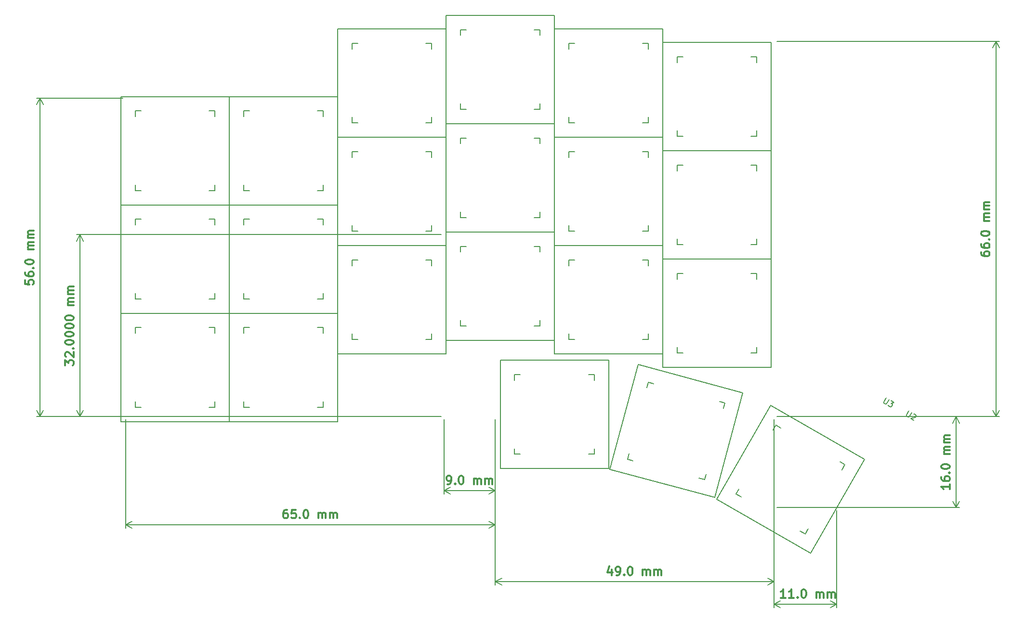
<source format=gbr>
G04 #@! TF.GenerationSoftware,KiCad,Pcbnew,8.0.4*
G04 #@! TF.CreationDate,2024-09-23T05:23:03+03:00*
G04 #@! TF.ProjectId,muikku42,6d75696b-6b75-4343-922e-6b696361645f,rev?*
G04 #@! TF.SameCoordinates,Original*
G04 #@! TF.FileFunction,OtherDrawing,Comment*
%FSLAX46Y46*%
G04 Gerber Fmt 4.6, Leading zero omitted, Abs format (unit mm)*
G04 Created by KiCad (PCBNEW 8.0.4) date 2024-09-23 05:23:03*
%MOMM*%
%LPD*%
G01*
G04 APERTURE LIST*
%ADD10C,0.300000*%
%ADD11C,0.200000*%
%ADD12C,0.150000*%
G04 APERTURE END LIST*
D10*
X162428572Y-143878328D02*
X162428572Y-144878328D01*
X162071429Y-143306900D02*
X161714286Y-144378328D01*
X161714286Y-144378328D02*
X162642857Y-144378328D01*
X163285714Y-144878328D02*
X163571428Y-144878328D01*
X163571428Y-144878328D02*
X163714285Y-144806900D01*
X163714285Y-144806900D02*
X163785714Y-144735471D01*
X163785714Y-144735471D02*
X163928571Y-144521185D01*
X163928571Y-144521185D02*
X164000000Y-144235471D01*
X164000000Y-144235471D02*
X164000000Y-143664042D01*
X164000000Y-143664042D02*
X163928571Y-143521185D01*
X163928571Y-143521185D02*
X163857143Y-143449757D01*
X163857143Y-143449757D02*
X163714285Y-143378328D01*
X163714285Y-143378328D02*
X163428571Y-143378328D01*
X163428571Y-143378328D02*
X163285714Y-143449757D01*
X163285714Y-143449757D02*
X163214285Y-143521185D01*
X163214285Y-143521185D02*
X163142857Y-143664042D01*
X163142857Y-143664042D02*
X163142857Y-144021185D01*
X163142857Y-144021185D02*
X163214285Y-144164042D01*
X163214285Y-144164042D02*
X163285714Y-144235471D01*
X163285714Y-144235471D02*
X163428571Y-144306900D01*
X163428571Y-144306900D02*
X163714285Y-144306900D01*
X163714285Y-144306900D02*
X163857143Y-144235471D01*
X163857143Y-144235471D02*
X163928571Y-144164042D01*
X163928571Y-144164042D02*
X164000000Y-144021185D01*
X164642856Y-144735471D02*
X164714285Y-144806900D01*
X164714285Y-144806900D02*
X164642856Y-144878328D01*
X164642856Y-144878328D02*
X164571428Y-144806900D01*
X164571428Y-144806900D02*
X164642856Y-144735471D01*
X164642856Y-144735471D02*
X164642856Y-144878328D01*
X165642857Y-143378328D02*
X165785714Y-143378328D01*
X165785714Y-143378328D02*
X165928571Y-143449757D01*
X165928571Y-143449757D02*
X166000000Y-143521185D01*
X166000000Y-143521185D02*
X166071428Y-143664042D01*
X166071428Y-143664042D02*
X166142857Y-143949757D01*
X166142857Y-143949757D02*
X166142857Y-144306900D01*
X166142857Y-144306900D02*
X166071428Y-144592614D01*
X166071428Y-144592614D02*
X166000000Y-144735471D01*
X166000000Y-144735471D02*
X165928571Y-144806900D01*
X165928571Y-144806900D02*
X165785714Y-144878328D01*
X165785714Y-144878328D02*
X165642857Y-144878328D01*
X165642857Y-144878328D02*
X165500000Y-144806900D01*
X165500000Y-144806900D02*
X165428571Y-144735471D01*
X165428571Y-144735471D02*
X165357142Y-144592614D01*
X165357142Y-144592614D02*
X165285714Y-144306900D01*
X165285714Y-144306900D02*
X165285714Y-143949757D01*
X165285714Y-143949757D02*
X165357142Y-143664042D01*
X165357142Y-143664042D02*
X165428571Y-143521185D01*
X165428571Y-143521185D02*
X165500000Y-143449757D01*
X165500000Y-143449757D02*
X165642857Y-143378328D01*
X167928570Y-144878328D02*
X167928570Y-143878328D01*
X167928570Y-144021185D02*
X167999999Y-143949757D01*
X167999999Y-143949757D02*
X168142856Y-143878328D01*
X168142856Y-143878328D02*
X168357142Y-143878328D01*
X168357142Y-143878328D02*
X168499999Y-143949757D01*
X168499999Y-143949757D02*
X168571428Y-144092614D01*
X168571428Y-144092614D02*
X168571428Y-144878328D01*
X168571428Y-144092614D02*
X168642856Y-143949757D01*
X168642856Y-143949757D02*
X168785713Y-143878328D01*
X168785713Y-143878328D02*
X168999999Y-143878328D01*
X168999999Y-143878328D02*
X169142856Y-143949757D01*
X169142856Y-143949757D02*
X169214285Y-144092614D01*
X169214285Y-144092614D02*
X169214285Y-144878328D01*
X169928570Y-144878328D02*
X169928570Y-143878328D01*
X169928570Y-144021185D02*
X169999999Y-143949757D01*
X169999999Y-143949757D02*
X170142856Y-143878328D01*
X170142856Y-143878328D02*
X170357142Y-143878328D01*
X170357142Y-143878328D02*
X170499999Y-143949757D01*
X170499999Y-143949757D02*
X170571428Y-144092614D01*
X170571428Y-144092614D02*
X170571428Y-144878328D01*
X170571428Y-144092614D02*
X170642856Y-143949757D01*
X170642856Y-143949757D02*
X170785713Y-143878328D01*
X170785713Y-143878328D02*
X170999999Y-143878328D01*
X170999999Y-143878328D02*
X171142856Y-143949757D01*
X171142856Y-143949757D02*
X171214285Y-144092614D01*
X171214285Y-144092614D02*
X171214285Y-144878328D01*
D11*
X191000000Y-117500000D02*
X191000000Y-146586420D01*
X142000000Y-117500000D02*
X142000000Y-146586420D01*
X191000000Y-146000000D02*
X142000000Y-146000000D01*
X191000000Y-146000000D02*
X142000000Y-146000000D01*
X191000000Y-146000000D02*
X189873496Y-146586421D01*
X191000000Y-146000000D02*
X189873496Y-145413579D01*
X142000000Y-146000000D02*
X143126504Y-145413579D01*
X142000000Y-146000000D02*
X143126504Y-146586421D01*
D10*
X193071429Y-148878328D02*
X192214286Y-148878328D01*
X192642857Y-148878328D02*
X192642857Y-147378328D01*
X192642857Y-147378328D02*
X192500000Y-147592614D01*
X192500000Y-147592614D02*
X192357143Y-147735471D01*
X192357143Y-147735471D02*
X192214286Y-147806900D01*
X194500000Y-148878328D02*
X193642857Y-148878328D01*
X194071428Y-148878328D02*
X194071428Y-147378328D01*
X194071428Y-147378328D02*
X193928571Y-147592614D01*
X193928571Y-147592614D02*
X193785714Y-147735471D01*
X193785714Y-147735471D02*
X193642857Y-147806900D01*
X195142856Y-148735471D02*
X195214285Y-148806900D01*
X195214285Y-148806900D02*
X195142856Y-148878328D01*
X195142856Y-148878328D02*
X195071428Y-148806900D01*
X195071428Y-148806900D02*
X195142856Y-148735471D01*
X195142856Y-148735471D02*
X195142856Y-148878328D01*
X196142857Y-147378328D02*
X196285714Y-147378328D01*
X196285714Y-147378328D02*
X196428571Y-147449757D01*
X196428571Y-147449757D02*
X196500000Y-147521185D01*
X196500000Y-147521185D02*
X196571428Y-147664042D01*
X196571428Y-147664042D02*
X196642857Y-147949757D01*
X196642857Y-147949757D02*
X196642857Y-148306900D01*
X196642857Y-148306900D02*
X196571428Y-148592614D01*
X196571428Y-148592614D02*
X196500000Y-148735471D01*
X196500000Y-148735471D02*
X196428571Y-148806900D01*
X196428571Y-148806900D02*
X196285714Y-148878328D01*
X196285714Y-148878328D02*
X196142857Y-148878328D01*
X196142857Y-148878328D02*
X196000000Y-148806900D01*
X196000000Y-148806900D02*
X195928571Y-148735471D01*
X195928571Y-148735471D02*
X195857142Y-148592614D01*
X195857142Y-148592614D02*
X195785714Y-148306900D01*
X195785714Y-148306900D02*
X195785714Y-147949757D01*
X195785714Y-147949757D02*
X195857142Y-147664042D01*
X195857142Y-147664042D02*
X195928571Y-147521185D01*
X195928571Y-147521185D02*
X196000000Y-147449757D01*
X196000000Y-147449757D02*
X196142857Y-147378328D01*
X198428570Y-148878328D02*
X198428570Y-147878328D01*
X198428570Y-148021185D02*
X198499999Y-147949757D01*
X198499999Y-147949757D02*
X198642856Y-147878328D01*
X198642856Y-147878328D02*
X198857142Y-147878328D01*
X198857142Y-147878328D02*
X198999999Y-147949757D01*
X198999999Y-147949757D02*
X199071428Y-148092614D01*
X199071428Y-148092614D02*
X199071428Y-148878328D01*
X199071428Y-148092614D02*
X199142856Y-147949757D01*
X199142856Y-147949757D02*
X199285713Y-147878328D01*
X199285713Y-147878328D02*
X199499999Y-147878328D01*
X199499999Y-147878328D02*
X199642856Y-147949757D01*
X199642856Y-147949757D02*
X199714285Y-148092614D01*
X199714285Y-148092614D02*
X199714285Y-148878328D01*
X200428570Y-148878328D02*
X200428570Y-147878328D01*
X200428570Y-148021185D02*
X200499999Y-147949757D01*
X200499999Y-147949757D02*
X200642856Y-147878328D01*
X200642856Y-147878328D02*
X200857142Y-147878328D01*
X200857142Y-147878328D02*
X200999999Y-147949757D01*
X200999999Y-147949757D02*
X201071428Y-148092614D01*
X201071428Y-148092614D02*
X201071428Y-148878328D01*
X201071428Y-148092614D02*
X201142856Y-147949757D01*
X201142856Y-147949757D02*
X201285713Y-147878328D01*
X201285713Y-147878328D02*
X201499999Y-147878328D01*
X201499999Y-147878328D02*
X201642856Y-147949757D01*
X201642856Y-147949757D02*
X201714285Y-148092614D01*
X201714285Y-148092614D02*
X201714285Y-148878328D01*
D11*
X202000000Y-133500000D02*
X202000000Y-150586420D01*
X191000000Y-133500000D02*
X191000000Y-150586420D01*
X202000000Y-150000000D02*
X191000000Y-150000000D01*
X202000000Y-150000000D02*
X191000000Y-150000000D01*
X202000000Y-150000000D02*
X200873496Y-150586421D01*
X202000000Y-150000000D02*
X200873496Y-149413579D01*
X191000000Y-150000000D02*
X192126504Y-149413579D01*
X191000000Y-150000000D02*
X192126504Y-150586421D01*
D10*
X66378328Y-107999998D02*
X66378328Y-107071426D01*
X66378328Y-107071426D02*
X66949757Y-107571426D01*
X66949757Y-107571426D02*
X66949757Y-107357141D01*
X66949757Y-107357141D02*
X67021185Y-107214284D01*
X67021185Y-107214284D02*
X67092614Y-107142855D01*
X67092614Y-107142855D02*
X67235471Y-107071426D01*
X67235471Y-107071426D02*
X67592614Y-107071426D01*
X67592614Y-107071426D02*
X67735471Y-107142855D01*
X67735471Y-107142855D02*
X67806900Y-107214284D01*
X67806900Y-107214284D02*
X67878328Y-107357141D01*
X67878328Y-107357141D02*
X67878328Y-107785712D01*
X67878328Y-107785712D02*
X67806900Y-107928569D01*
X67806900Y-107928569D02*
X67735471Y-107999998D01*
X66521185Y-106499998D02*
X66449757Y-106428570D01*
X66449757Y-106428570D02*
X66378328Y-106285713D01*
X66378328Y-106285713D02*
X66378328Y-105928570D01*
X66378328Y-105928570D02*
X66449757Y-105785713D01*
X66449757Y-105785713D02*
X66521185Y-105714284D01*
X66521185Y-105714284D02*
X66664042Y-105642855D01*
X66664042Y-105642855D02*
X66806900Y-105642855D01*
X66806900Y-105642855D02*
X67021185Y-105714284D01*
X67021185Y-105714284D02*
X67878328Y-106571427D01*
X67878328Y-106571427D02*
X67878328Y-105642855D01*
X67735471Y-104999999D02*
X67806900Y-104928570D01*
X67806900Y-104928570D02*
X67878328Y-104999999D01*
X67878328Y-104999999D02*
X67806900Y-105071427D01*
X67806900Y-105071427D02*
X67735471Y-104999999D01*
X67735471Y-104999999D02*
X67878328Y-104999999D01*
X66378328Y-103999998D02*
X66378328Y-103857141D01*
X66378328Y-103857141D02*
X66449757Y-103714284D01*
X66449757Y-103714284D02*
X66521185Y-103642856D01*
X66521185Y-103642856D02*
X66664042Y-103571427D01*
X66664042Y-103571427D02*
X66949757Y-103499998D01*
X66949757Y-103499998D02*
X67306900Y-103499998D01*
X67306900Y-103499998D02*
X67592614Y-103571427D01*
X67592614Y-103571427D02*
X67735471Y-103642856D01*
X67735471Y-103642856D02*
X67806900Y-103714284D01*
X67806900Y-103714284D02*
X67878328Y-103857141D01*
X67878328Y-103857141D02*
X67878328Y-103999998D01*
X67878328Y-103999998D02*
X67806900Y-104142856D01*
X67806900Y-104142856D02*
X67735471Y-104214284D01*
X67735471Y-104214284D02*
X67592614Y-104285713D01*
X67592614Y-104285713D02*
X67306900Y-104357141D01*
X67306900Y-104357141D02*
X66949757Y-104357141D01*
X66949757Y-104357141D02*
X66664042Y-104285713D01*
X66664042Y-104285713D02*
X66521185Y-104214284D01*
X66521185Y-104214284D02*
X66449757Y-104142856D01*
X66449757Y-104142856D02*
X66378328Y-103999998D01*
X66378328Y-102571427D02*
X66378328Y-102428570D01*
X66378328Y-102428570D02*
X66449757Y-102285713D01*
X66449757Y-102285713D02*
X66521185Y-102214285D01*
X66521185Y-102214285D02*
X66664042Y-102142856D01*
X66664042Y-102142856D02*
X66949757Y-102071427D01*
X66949757Y-102071427D02*
X67306900Y-102071427D01*
X67306900Y-102071427D02*
X67592614Y-102142856D01*
X67592614Y-102142856D02*
X67735471Y-102214285D01*
X67735471Y-102214285D02*
X67806900Y-102285713D01*
X67806900Y-102285713D02*
X67878328Y-102428570D01*
X67878328Y-102428570D02*
X67878328Y-102571427D01*
X67878328Y-102571427D02*
X67806900Y-102714285D01*
X67806900Y-102714285D02*
X67735471Y-102785713D01*
X67735471Y-102785713D02*
X67592614Y-102857142D01*
X67592614Y-102857142D02*
X67306900Y-102928570D01*
X67306900Y-102928570D02*
X66949757Y-102928570D01*
X66949757Y-102928570D02*
X66664042Y-102857142D01*
X66664042Y-102857142D02*
X66521185Y-102785713D01*
X66521185Y-102785713D02*
X66449757Y-102714285D01*
X66449757Y-102714285D02*
X66378328Y-102571427D01*
X66378328Y-101142856D02*
X66378328Y-100999999D01*
X66378328Y-100999999D02*
X66449757Y-100857142D01*
X66449757Y-100857142D02*
X66521185Y-100785714D01*
X66521185Y-100785714D02*
X66664042Y-100714285D01*
X66664042Y-100714285D02*
X66949757Y-100642856D01*
X66949757Y-100642856D02*
X67306900Y-100642856D01*
X67306900Y-100642856D02*
X67592614Y-100714285D01*
X67592614Y-100714285D02*
X67735471Y-100785714D01*
X67735471Y-100785714D02*
X67806900Y-100857142D01*
X67806900Y-100857142D02*
X67878328Y-100999999D01*
X67878328Y-100999999D02*
X67878328Y-101142856D01*
X67878328Y-101142856D02*
X67806900Y-101285714D01*
X67806900Y-101285714D02*
X67735471Y-101357142D01*
X67735471Y-101357142D02*
X67592614Y-101428571D01*
X67592614Y-101428571D02*
X67306900Y-101499999D01*
X67306900Y-101499999D02*
X66949757Y-101499999D01*
X66949757Y-101499999D02*
X66664042Y-101428571D01*
X66664042Y-101428571D02*
X66521185Y-101357142D01*
X66521185Y-101357142D02*
X66449757Y-101285714D01*
X66449757Y-101285714D02*
X66378328Y-101142856D01*
X66378328Y-99714285D02*
X66378328Y-99571428D01*
X66378328Y-99571428D02*
X66449757Y-99428571D01*
X66449757Y-99428571D02*
X66521185Y-99357143D01*
X66521185Y-99357143D02*
X66664042Y-99285714D01*
X66664042Y-99285714D02*
X66949757Y-99214285D01*
X66949757Y-99214285D02*
X67306900Y-99214285D01*
X67306900Y-99214285D02*
X67592614Y-99285714D01*
X67592614Y-99285714D02*
X67735471Y-99357143D01*
X67735471Y-99357143D02*
X67806900Y-99428571D01*
X67806900Y-99428571D02*
X67878328Y-99571428D01*
X67878328Y-99571428D02*
X67878328Y-99714285D01*
X67878328Y-99714285D02*
X67806900Y-99857143D01*
X67806900Y-99857143D02*
X67735471Y-99928571D01*
X67735471Y-99928571D02*
X67592614Y-100000000D01*
X67592614Y-100000000D02*
X67306900Y-100071428D01*
X67306900Y-100071428D02*
X66949757Y-100071428D01*
X66949757Y-100071428D02*
X66664042Y-100000000D01*
X66664042Y-100000000D02*
X66521185Y-99928571D01*
X66521185Y-99928571D02*
X66449757Y-99857143D01*
X66449757Y-99857143D02*
X66378328Y-99714285D01*
X67878328Y-97428572D02*
X66878328Y-97428572D01*
X67021185Y-97428572D02*
X66949757Y-97357143D01*
X66949757Y-97357143D02*
X66878328Y-97214286D01*
X66878328Y-97214286D02*
X66878328Y-97000000D01*
X66878328Y-97000000D02*
X66949757Y-96857143D01*
X66949757Y-96857143D02*
X67092614Y-96785715D01*
X67092614Y-96785715D02*
X67878328Y-96785715D01*
X67092614Y-96785715D02*
X66949757Y-96714286D01*
X66949757Y-96714286D02*
X66878328Y-96571429D01*
X66878328Y-96571429D02*
X66878328Y-96357143D01*
X66878328Y-96357143D02*
X66949757Y-96214286D01*
X66949757Y-96214286D02*
X67092614Y-96142857D01*
X67092614Y-96142857D02*
X67878328Y-96142857D01*
X67878328Y-95428572D02*
X66878328Y-95428572D01*
X67021185Y-95428572D02*
X66949757Y-95357143D01*
X66949757Y-95357143D02*
X66878328Y-95214286D01*
X66878328Y-95214286D02*
X66878328Y-95000000D01*
X66878328Y-95000000D02*
X66949757Y-94857143D01*
X66949757Y-94857143D02*
X67092614Y-94785715D01*
X67092614Y-94785715D02*
X67878328Y-94785715D01*
X67092614Y-94785715D02*
X66949757Y-94714286D01*
X66949757Y-94714286D02*
X66878328Y-94571429D01*
X66878328Y-94571429D02*
X66878328Y-94357143D01*
X66878328Y-94357143D02*
X66949757Y-94214286D01*
X66949757Y-94214286D02*
X67092614Y-94142857D01*
X67092614Y-94142857D02*
X67878328Y-94142857D01*
D11*
X132500000Y-85000000D02*
X68413580Y-85000000D01*
X132500000Y-117000000D02*
X68413580Y-117000000D01*
X69000000Y-85000000D02*
X69000000Y-117000000D01*
X69000000Y-85000000D02*
X69000000Y-117000000D01*
X69000000Y-85000000D02*
X69586421Y-86126504D01*
X69000000Y-85000000D02*
X68413579Y-86126504D01*
X69000000Y-117000000D02*
X68413579Y-115873496D01*
X69000000Y-117000000D02*
X69586421Y-115873496D01*
D10*
X59378329Y-92999999D02*
X59378329Y-93714285D01*
X59378329Y-93714285D02*
X60092615Y-93785713D01*
X60092615Y-93785713D02*
X60021186Y-93714285D01*
X60021186Y-93714285D02*
X59949758Y-93571428D01*
X59949758Y-93571428D02*
X59949758Y-93214285D01*
X59949758Y-93214285D02*
X60021186Y-93071428D01*
X60021186Y-93071428D02*
X60092615Y-92999999D01*
X60092615Y-92999999D02*
X60235472Y-92928570D01*
X60235472Y-92928570D02*
X60592615Y-92928570D01*
X60592615Y-92928570D02*
X60735472Y-92999999D01*
X60735472Y-92999999D02*
X60806901Y-93071428D01*
X60806901Y-93071428D02*
X60878329Y-93214285D01*
X60878329Y-93214285D02*
X60878329Y-93571428D01*
X60878329Y-93571428D02*
X60806901Y-93714285D01*
X60806901Y-93714285D02*
X60735472Y-93785713D01*
X59378329Y-91642857D02*
X59378329Y-91928571D01*
X59378329Y-91928571D02*
X59449758Y-92071428D01*
X59449758Y-92071428D02*
X59521186Y-92142857D01*
X59521186Y-92142857D02*
X59735472Y-92285714D01*
X59735472Y-92285714D02*
X60021186Y-92357142D01*
X60021186Y-92357142D02*
X60592615Y-92357142D01*
X60592615Y-92357142D02*
X60735472Y-92285714D01*
X60735472Y-92285714D02*
X60806901Y-92214285D01*
X60806901Y-92214285D02*
X60878329Y-92071428D01*
X60878329Y-92071428D02*
X60878329Y-91785714D01*
X60878329Y-91785714D02*
X60806901Y-91642857D01*
X60806901Y-91642857D02*
X60735472Y-91571428D01*
X60735472Y-91571428D02*
X60592615Y-91499999D01*
X60592615Y-91499999D02*
X60235472Y-91499999D01*
X60235472Y-91499999D02*
X60092615Y-91571428D01*
X60092615Y-91571428D02*
X60021186Y-91642857D01*
X60021186Y-91642857D02*
X59949758Y-91785714D01*
X59949758Y-91785714D02*
X59949758Y-92071428D01*
X59949758Y-92071428D02*
X60021186Y-92214285D01*
X60021186Y-92214285D02*
X60092615Y-92285714D01*
X60092615Y-92285714D02*
X60235472Y-92357142D01*
X60735472Y-90857143D02*
X60806901Y-90785714D01*
X60806901Y-90785714D02*
X60878329Y-90857143D01*
X60878329Y-90857143D02*
X60806901Y-90928571D01*
X60806901Y-90928571D02*
X60735472Y-90857143D01*
X60735472Y-90857143D02*
X60878329Y-90857143D01*
X59378329Y-89857142D02*
X59378329Y-89714285D01*
X59378329Y-89714285D02*
X59449758Y-89571428D01*
X59449758Y-89571428D02*
X59521186Y-89500000D01*
X59521186Y-89500000D02*
X59664043Y-89428571D01*
X59664043Y-89428571D02*
X59949758Y-89357142D01*
X59949758Y-89357142D02*
X60306901Y-89357142D01*
X60306901Y-89357142D02*
X60592615Y-89428571D01*
X60592615Y-89428571D02*
X60735472Y-89500000D01*
X60735472Y-89500000D02*
X60806901Y-89571428D01*
X60806901Y-89571428D02*
X60878329Y-89714285D01*
X60878329Y-89714285D02*
X60878329Y-89857142D01*
X60878329Y-89857142D02*
X60806901Y-90000000D01*
X60806901Y-90000000D02*
X60735472Y-90071428D01*
X60735472Y-90071428D02*
X60592615Y-90142857D01*
X60592615Y-90142857D02*
X60306901Y-90214285D01*
X60306901Y-90214285D02*
X59949758Y-90214285D01*
X59949758Y-90214285D02*
X59664043Y-90142857D01*
X59664043Y-90142857D02*
X59521186Y-90071428D01*
X59521186Y-90071428D02*
X59449758Y-90000000D01*
X59449758Y-90000000D02*
X59378329Y-89857142D01*
X60878329Y-87571429D02*
X59878329Y-87571429D01*
X60021186Y-87571429D02*
X59949758Y-87500000D01*
X59949758Y-87500000D02*
X59878329Y-87357143D01*
X59878329Y-87357143D02*
X59878329Y-87142857D01*
X59878329Y-87142857D02*
X59949758Y-87000000D01*
X59949758Y-87000000D02*
X60092615Y-86928572D01*
X60092615Y-86928572D02*
X60878329Y-86928572D01*
X60092615Y-86928572D02*
X59949758Y-86857143D01*
X59949758Y-86857143D02*
X59878329Y-86714286D01*
X59878329Y-86714286D02*
X59878329Y-86500000D01*
X59878329Y-86500000D02*
X59949758Y-86357143D01*
X59949758Y-86357143D02*
X60092615Y-86285714D01*
X60092615Y-86285714D02*
X60878329Y-86285714D01*
X60878329Y-85571429D02*
X59878329Y-85571429D01*
X60021186Y-85571429D02*
X59949758Y-85500000D01*
X59949758Y-85500000D02*
X59878329Y-85357143D01*
X59878329Y-85357143D02*
X59878329Y-85142857D01*
X59878329Y-85142857D02*
X59949758Y-85000000D01*
X59949758Y-85000000D02*
X60092615Y-84928572D01*
X60092615Y-84928572D02*
X60878329Y-84928572D01*
X60092615Y-84928572D02*
X59949758Y-84857143D01*
X59949758Y-84857143D02*
X59878329Y-84714286D01*
X59878329Y-84714286D02*
X59878329Y-84500000D01*
X59878329Y-84500000D02*
X59949758Y-84357143D01*
X59949758Y-84357143D02*
X60092615Y-84285714D01*
X60092615Y-84285714D02*
X60878329Y-84285714D01*
D11*
X76500000Y-61000000D02*
X61413581Y-61000000D01*
X76500000Y-117000000D02*
X61413581Y-117000000D01*
X62000001Y-61000000D02*
X62000001Y-117000000D01*
X62000001Y-61000000D02*
X62000001Y-117000000D01*
X62000001Y-61000000D02*
X62586422Y-62126504D01*
X62000001Y-61000000D02*
X61413580Y-62126504D01*
X62000001Y-117000000D02*
X61413580Y-115873496D01*
X62000001Y-117000000D02*
X62586422Y-115873496D01*
D10*
X227378328Y-88071428D02*
X227378328Y-88357142D01*
X227378328Y-88357142D02*
X227449757Y-88499999D01*
X227449757Y-88499999D02*
X227521185Y-88571428D01*
X227521185Y-88571428D02*
X227735471Y-88714285D01*
X227735471Y-88714285D02*
X228021185Y-88785713D01*
X228021185Y-88785713D02*
X228592614Y-88785713D01*
X228592614Y-88785713D02*
X228735471Y-88714285D01*
X228735471Y-88714285D02*
X228806900Y-88642856D01*
X228806900Y-88642856D02*
X228878328Y-88499999D01*
X228878328Y-88499999D02*
X228878328Y-88214285D01*
X228878328Y-88214285D02*
X228806900Y-88071428D01*
X228806900Y-88071428D02*
X228735471Y-87999999D01*
X228735471Y-87999999D02*
X228592614Y-87928570D01*
X228592614Y-87928570D02*
X228235471Y-87928570D01*
X228235471Y-87928570D02*
X228092614Y-87999999D01*
X228092614Y-87999999D02*
X228021185Y-88071428D01*
X228021185Y-88071428D02*
X227949757Y-88214285D01*
X227949757Y-88214285D02*
X227949757Y-88499999D01*
X227949757Y-88499999D02*
X228021185Y-88642856D01*
X228021185Y-88642856D02*
X228092614Y-88714285D01*
X228092614Y-88714285D02*
X228235471Y-88785713D01*
X227378328Y-86642857D02*
X227378328Y-86928571D01*
X227378328Y-86928571D02*
X227449757Y-87071428D01*
X227449757Y-87071428D02*
X227521185Y-87142857D01*
X227521185Y-87142857D02*
X227735471Y-87285714D01*
X227735471Y-87285714D02*
X228021185Y-87357142D01*
X228021185Y-87357142D02*
X228592614Y-87357142D01*
X228592614Y-87357142D02*
X228735471Y-87285714D01*
X228735471Y-87285714D02*
X228806900Y-87214285D01*
X228806900Y-87214285D02*
X228878328Y-87071428D01*
X228878328Y-87071428D02*
X228878328Y-86785714D01*
X228878328Y-86785714D02*
X228806900Y-86642857D01*
X228806900Y-86642857D02*
X228735471Y-86571428D01*
X228735471Y-86571428D02*
X228592614Y-86499999D01*
X228592614Y-86499999D02*
X228235471Y-86499999D01*
X228235471Y-86499999D02*
X228092614Y-86571428D01*
X228092614Y-86571428D02*
X228021185Y-86642857D01*
X228021185Y-86642857D02*
X227949757Y-86785714D01*
X227949757Y-86785714D02*
X227949757Y-87071428D01*
X227949757Y-87071428D02*
X228021185Y-87214285D01*
X228021185Y-87214285D02*
X228092614Y-87285714D01*
X228092614Y-87285714D02*
X228235471Y-87357142D01*
X228735471Y-85857143D02*
X228806900Y-85785714D01*
X228806900Y-85785714D02*
X228878328Y-85857143D01*
X228878328Y-85857143D02*
X228806900Y-85928571D01*
X228806900Y-85928571D02*
X228735471Y-85857143D01*
X228735471Y-85857143D02*
X228878328Y-85857143D01*
X227378328Y-84857142D02*
X227378328Y-84714285D01*
X227378328Y-84714285D02*
X227449757Y-84571428D01*
X227449757Y-84571428D02*
X227521185Y-84500000D01*
X227521185Y-84500000D02*
X227664042Y-84428571D01*
X227664042Y-84428571D02*
X227949757Y-84357142D01*
X227949757Y-84357142D02*
X228306900Y-84357142D01*
X228306900Y-84357142D02*
X228592614Y-84428571D01*
X228592614Y-84428571D02*
X228735471Y-84500000D01*
X228735471Y-84500000D02*
X228806900Y-84571428D01*
X228806900Y-84571428D02*
X228878328Y-84714285D01*
X228878328Y-84714285D02*
X228878328Y-84857142D01*
X228878328Y-84857142D02*
X228806900Y-85000000D01*
X228806900Y-85000000D02*
X228735471Y-85071428D01*
X228735471Y-85071428D02*
X228592614Y-85142857D01*
X228592614Y-85142857D02*
X228306900Y-85214285D01*
X228306900Y-85214285D02*
X227949757Y-85214285D01*
X227949757Y-85214285D02*
X227664042Y-85142857D01*
X227664042Y-85142857D02*
X227521185Y-85071428D01*
X227521185Y-85071428D02*
X227449757Y-85000000D01*
X227449757Y-85000000D02*
X227378328Y-84857142D01*
X228878328Y-82571429D02*
X227878328Y-82571429D01*
X228021185Y-82571429D02*
X227949757Y-82500000D01*
X227949757Y-82500000D02*
X227878328Y-82357143D01*
X227878328Y-82357143D02*
X227878328Y-82142857D01*
X227878328Y-82142857D02*
X227949757Y-82000000D01*
X227949757Y-82000000D02*
X228092614Y-81928572D01*
X228092614Y-81928572D02*
X228878328Y-81928572D01*
X228092614Y-81928572D02*
X227949757Y-81857143D01*
X227949757Y-81857143D02*
X227878328Y-81714286D01*
X227878328Y-81714286D02*
X227878328Y-81500000D01*
X227878328Y-81500000D02*
X227949757Y-81357143D01*
X227949757Y-81357143D02*
X228092614Y-81285714D01*
X228092614Y-81285714D02*
X228878328Y-81285714D01*
X228878328Y-80571429D02*
X227878328Y-80571429D01*
X228021185Y-80571429D02*
X227949757Y-80500000D01*
X227949757Y-80500000D02*
X227878328Y-80357143D01*
X227878328Y-80357143D02*
X227878328Y-80142857D01*
X227878328Y-80142857D02*
X227949757Y-80000000D01*
X227949757Y-80000000D02*
X228092614Y-79928572D01*
X228092614Y-79928572D02*
X228878328Y-79928572D01*
X228092614Y-79928572D02*
X227949757Y-79857143D01*
X227949757Y-79857143D02*
X227878328Y-79714286D01*
X227878328Y-79714286D02*
X227878328Y-79500000D01*
X227878328Y-79500000D02*
X227949757Y-79357143D01*
X227949757Y-79357143D02*
X228092614Y-79285714D01*
X228092614Y-79285714D02*
X228878328Y-79285714D01*
D11*
X191500000Y-117000000D02*
X230586420Y-117000000D01*
X191500000Y-51000000D02*
X230586420Y-51000000D01*
X230000000Y-117000000D02*
X230000000Y-51000000D01*
X230000000Y-117000000D02*
X230000000Y-51000000D01*
X230000000Y-117000000D02*
X229413579Y-115873496D01*
X230000000Y-117000000D02*
X230586421Y-115873496D01*
X230000000Y-51000000D02*
X230586421Y-52126504D01*
X230000000Y-51000000D02*
X229413579Y-52126504D01*
D10*
X221878328Y-128928570D02*
X221878328Y-129785713D01*
X221878328Y-129357142D02*
X220378328Y-129357142D01*
X220378328Y-129357142D02*
X220592614Y-129499999D01*
X220592614Y-129499999D02*
X220735471Y-129642856D01*
X220735471Y-129642856D02*
X220806900Y-129785713D01*
X220378328Y-127642857D02*
X220378328Y-127928571D01*
X220378328Y-127928571D02*
X220449757Y-128071428D01*
X220449757Y-128071428D02*
X220521185Y-128142857D01*
X220521185Y-128142857D02*
X220735471Y-128285714D01*
X220735471Y-128285714D02*
X221021185Y-128357142D01*
X221021185Y-128357142D02*
X221592614Y-128357142D01*
X221592614Y-128357142D02*
X221735471Y-128285714D01*
X221735471Y-128285714D02*
X221806900Y-128214285D01*
X221806900Y-128214285D02*
X221878328Y-128071428D01*
X221878328Y-128071428D02*
X221878328Y-127785714D01*
X221878328Y-127785714D02*
X221806900Y-127642857D01*
X221806900Y-127642857D02*
X221735471Y-127571428D01*
X221735471Y-127571428D02*
X221592614Y-127499999D01*
X221592614Y-127499999D02*
X221235471Y-127499999D01*
X221235471Y-127499999D02*
X221092614Y-127571428D01*
X221092614Y-127571428D02*
X221021185Y-127642857D01*
X221021185Y-127642857D02*
X220949757Y-127785714D01*
X220949757Y-127785714D02*
X220949757Y-128071428D01*
X220949757Y-128071428D02*
X221021185Y-128214285D01*
X221021185Y-128214285D02*
X221092614Y-128285714D01*
X221092614Y-128285714D02*
X221235471Y-128357142D01*
X221735471Y-126857143D02*
X221806900Y-126785714D01*
X221806900Y-126785714D02*
X221878328Y-126857143D01*
X221878328Y-126857143D02*
X221806900Y-126928571D01*
X221806900Y-126928571D02*
X221735471Y-126857143D01*
X221735471Y-126857143D02*
X221878328Y-126857143D01*
X220378328Y-125857142D02*
X220378328Y-125714285D01*
X220378328Y-125714285D02*
X220449757Y-125571428D01*
X220449757Y-125571428D02*
X220521185Y-125500000D01*
X220521185Y-125500000D02*
X220664042Y-125428571D01*
X220664042Y-125428571D02*
X220949757Y-125357142D01*
X220949757Y-125357142D02*
X221306900Y-125357142D01*
X221306900Y-125357142D02*
X221592614Y-125428571D01*
X221592614Y-125428571D02*
X221735471Y-125500000D01*
X221735471Y-125500000D02*
X221806900Y-125571428D01*
X221806900Y-125571428D02*
X221878328Y-125714285D01*
X221878328Y-125714285D02*
X221878328Y-125857142D01*
X221878328Y-125857142D02*
X221806900Y-126000000D01*
X221806900Y-126000000D02*
X221735471Y-126071428D01*
X221735471Y-126071428D02*
X221592614Y-126142857D01*
X221592614Y-126142857D02*
X221306900Y-126214285D01*
X221306900Y-126214285D02*
X220949757Y-126214285D01*
X220949757Y-126214285D02*
X220664042Y-126142857D01*
X220664042Y-126142857D02*
X220521185Y-126071428D01*
X220521185Y-126071428D02*
X220449757Y-126000000D01*
X220449757Y-126000000D02*
X220378328Y-125857142D01*
X221878328Y-123571429D02*
X220878328Y-123571429D01*
X221021185Y-123571429D02*
X220949757Y-123500000D01*
X220949757Y-123500000D02*
X220878328Y-123357143D01*
X220878328Y-123357143D02*
X220878328Y-123142857D01*
X220878328Y-123142857D02*
X220949757Y-123000000D01*
X220949757Y-123000000D02*
X221092614Y-122928572D01*
X221092614Y-122928572D02*
X221878328Y-122928572D01*
X221092614Y-122928572D02*
X220949757Y-122857143D01*
X220949757Y-122857143D02*
X220878328Y-122714286D01*
X220878328Y-122714286D02*
X220878328Y-122500000D01*
X220878328Y-122500000D02*
X220949757Y-122357143D01*
X220949757Y-122357143D02*
X221092614Y-122285714D01*
X221092614Y-122285714D02*
X221878328Y-122285714D01*
X221878328Y-121571429D02*
X220878328Y-121571429D01*
X221021185Y-121571429D02*
X220949757Y-121500000D01*
X220949757Y-121500000D02*
X220878328Y-121357143D01*
X220878328Y-121357143D02*
X220878328Y-121142857D01*
X220878328Y-121142857D02*
X220949757Y-121000000D01*
X220949757Y-121000000D02*
X221092614Y-120928572D01*
X221092614Y-120928572D02*
X221878328Y-120928572D01*
X221092614Y-120928572D02*
X220949757Y-120857143D01*
X220949757Y-120857143D02*
X220878328Y-120714286D01*
X220878328Y-120714286D02*
X220878328Y-120500000D01*
X220878328Y-120500000D02*
X220949757Y-120357143D01*
X220949757Y-120357143D02*
X221092614Y-120285714D01*
X221092614Y-120285714D02*
X221878328Y-120285714D01*
D11*
X191500000Y-117000000D02*
X223586420Y-117000000D01*
X191500000Y-133000000D02*
X223586420Y-133000000D01*
X223000000Y-117000000D02*
X223000000Y-133000000D01*
X223000000Y-117000000D02*
X223000000Y-133000000D01*
X223000000Y-117000000D02*
X223586421Y-118126504D01*
X223000000Y-117000000D02*
X222413579Y-118126504D01*
X223000000Y-133000000D02*
X222413579Y-131873496D01*
X223000000Y-133000000D02*
X223586421Y-131873496D01*
D10*
X133571429Y-128878328D02*
X133857143Y-128878328D01*
X133857143Y-128878328D02*
X134000000Y-128806900D01*
X134000000Y-128806900D02*
X134071429Y-128735471D01*
X134071429Y-128735471D02*
X134214286Y-128521185D01*
X134214286Y-128521185D02*
X134285715Y-128235471D01*
X134285715Y-128235471D02*
X134285715Y-127664042D01*
X134285715Y-127664042D02*
X134214286Y-127521185D01*
X134214286Y-127521185D02*
X134142858Y-127449757D01*
X134142858Y-127449757D02*
X134000000Y-127378328D01*
X134000000Y-127378328D02*
X133714286Y-127378328D01*
X133714286Y-127378328D02*
X133571429Y-127449757D01*
X133571429Y-127449757D02*
X133500000Y-127521185D01*
X133500000Y-127521185D02*
X133428572Y-127664042D01*
X133428572Y-127664042D02*
X133428572Y-128021185D01*
X133428572Y-128021185D02*
X133500000Y-128164042D01*
X133500000Y-128164042D02*
X133571429Y-128235471D01*
X133571429Y-128235471D02*
X133714286Y-128306900D01*
X133714286Y-128306900D02*
X134000000Y-128306900D01*
X134000000Y-128306900D02*
X134142858Y-128235471D01*
X134142858Y-128235471D02*
X134214286Y-128164042D01*
X134214286Y-128164042D02*
X134285715Y-128021185D01*
X134928571Y-128735471D02*
X135000000Y-128806900D01*
X135000000Y-128806900D02*
X134928571Y-128878328D01*
X134928571Y-128878328D02*
X134857143Y-128806900D01*
X134857143Y-128806900D02*
X134928571Y-128735471D01*
X134928571Y-128735471D02*
X134928571Y-128878328D01*
X135928572Y-127378328D02*
X136071429Y-127378328D01*
X136071429Y-127378328D02*
X136214286Y-127449757D01*
X136214286Y-127449757D02*
X136285715Y-127521185D01*
X136285715Y-127521185D02*
X136357143Y-127664042D01*
X136357143Y-127664042D02*
X136428572Y-127949757D01*
X136428572Y-127949757D02*
X136428572Y-128306900D01*
X136428572Y-128306900D02*
X136357143Y-128592614D01*
X136357143Y-128592614D02*
X136285715Y-128735471D01*
X136285715Y-128735471D02*
X136214286Y-128806900D01*
X136214286Y-128806900D02*
X136071429Y-128878328D01*
X136071429Y-128878328D02*
X135928572Y-128878328D01*
X135928572Y-128878328D02*
X135785715Y-128806900D01*
X135785715Y-128806900D02*
X135714286Y-128735471D01*
X135714286Y-128735471D02*
X135642857Y-128592614D01*
X135642857Y-128592614D02*
X135571429Y-128306900D01*
X135571429Y-128306900D02*
X135571429Y-127949757D01*
X135571429Y-127949757D02*
X135642857Y-127664042D01*
X135642857Y-127664042D02*
X135714286Y-127521185D01*
X135714286Y-127521185D02*
X135785715Y-127449757D01*
X135785715Y-127449757D02*
X135928572Y-127378328D01*
X138214285Y-128878328D02*
X138214285Y-127878328D01*
X138214285Y-128021185D02*
X138285714Y-127949757D01*
X138285714Y-127949757D02*
X138428571Y-127878328D01*
X138428571Y-127878328D02*
X138642857Y-127878328D01*
X138642857Y-127878328D02*
X138785714Y-127949757D01*
X138785714Y-127949757D02*
X138857143Y-128092614D01*
X138857143Y-128092614D02*
X138857143Y-128878328D01*
X138857143Y-128092614D02*
X138928571Y-127949757D01*
X138928571Y-127949757D02*
X139071428Y-127878328D01*
X139071428Y-127878328D02*
X139285714Y-127878328D01*
X139285714Y-127878328D02*
X139428571Y-127949757D01*
X139428571Y-127949757D02*
X139500000Y-128092614D01*
X139500000Y-128092614D02*
X139500000Y-128878328D01*
X140214285Y-128878328D02*
X140214285Y-127878328D01*
X140214285Y-128021185D02*
X140285714Y-127949757D01*
X140285714Y-127949757D02*
X140428571Y-127878328D01*
X140428571Y-127878328D02*
X140642857Y-127878328D01*
X140642857Y-127878328D02*
X140785714Y-127949757D01*
X140785714Y-127949757D02*
X140857143Y-128092614D01*
X140857143Y-128092614D02*
X140857143Y-128878328D01*
X140857143Y-128092614D02*
X140928571Y-127949757D01*
X140928571Y-127949757D02*
X141071428Y-127878328D01*
X141071428Y-127878328D02*
X141285714Y-127878328D01*
X141285714Y-127878328D02*
X141428571Y-127949757D01*
X141428571Y-127949757D02*
X141500000Y-128092614D01*
X141500000Y-128092614D02*
X141500000Y-128878328D01*
D11*
X142000000Y-117500000D02*
X142000000Y-130586420D01*
X133000000Y-117500000D02*
X133000000Y-130586420D01*
X142000000Y-130000000D02*
X133000000Y-130000000D01*
X142000000Y-130000000D02*
X133000000Y-130000000D01*
X142000000Y-130000000D02*
X140873496Y-130586421D01*
X142000000Y-130000000D02*
X140873496Y-129413579D01*
X133000000Y-130000000D02*
X134126504Y-129413579D01*
X133000000Y-130000000D02*
X134126504Y-130586421D01*
D10*
X105428572Y-133378327D02*
X105142857Y-133378327D01*
X105142857Y-133378327D02*
X105000000Y-133449756D01*
X105000000Y-133449756D02*
X104928572Y-133521184D01*
X104928572Y-133521184D02*
X104785714Y-133735470D01*
X104785714Y-133735470D02*
X104714286Y-134021184D01*
X104714286Y-134021184D02*
X104714286Y-134592613D01*
X104714286Y-134592613D02*
X104785714Y-134735470D01*
X104785714Y-134735470D02*
X104857143Y-134806899D01*
X104857143Y-134806899D02*
X105000000Y-134878327D01*
X105000000Y-134878327D02*
X105285714Y-134878327D01*
X105285714Y-134878327D02*
X105428572Y-134806899D01*
X105428572Y-134806899D02*
X105500000Y-134735470D01*
X105500000Y-134735470D02*
X105571429Y-134592613D01*
X105571429Y-134592613D02*
X105571429Y-134235470D01*
X105571429Y-134235470D02*
X105500000Y-134092613D01*
X105500000Y-134092613D02*
X105428572Y-134021184D01*
X105428572Y-134021184D02*
X105285714Y-133949756D01*
X105285714Y-133949756D02*
X105000000Y-133949756D01*
X105000000Y-133949756D02*
X104857143Y-134021184D01*
X104857143Y-134021184D02*
X104785714Y-134092613D01*
X104785714Y-134092613D02*
X104714286Y-134235470D01*
X106928571Y-133378327D02*
X106214285Y-133378327D01*
X106214285Y-133378327D02*
X106142857Y-134092613D01*
X106142857Y-134092613D02*
X106214285Y-134021184D01*
X106214285Y-134021184D02*
X106357143Y-133949756D01*
X106357143Y-133949756D02*
X106714285Y-133949756D01*
X106714285Y-133949756D02*
X106857143Y-134021184D01*
X106857143Y-134021184D02*
X106928571Y-134092613D01*
X106928571Y-134092613D02*
X107000000Y-134235470D01*
X107000000Y-134235470D02*
X107000000Y-134592613D01*
X107000000Y-134592613D02*
X106928571Y-134735470D01*
X106928571Y-134735470D02*
X106857143Y-134806899D01*
X106857143Y-134806899D02*
X106714285Y-134878327D01*
X106714285Y-134878327D02*
X106357143Y-134878327D01*
X106357143Y-134878327D02*
X106214285Y-134806899D01*
X106214285Y-134806899D02*
X106142857Y-134735470D01*
X107642856Y-134735470D02*
X107714285Y-134806899D01*
X107714285Y-134806899D02*
X107642856Y-134878327D01*
X107642856Y-134878327D02*
X107571428Y-134806899D01*
X107571428Y-134806899D02*
X107642856Y-134735470D01*
X107642856Y-134735470D02*
X107642856Y-134878327D01*
X108642857Y-133378327D02*
X108785714Y-133378327D01*
X108785714Y-133378327D02*
X108928571Y-133449756D01*
X108928571Y-133449756D02*
X109000000Y-133521184D01*
X109000000Y-133521184D02*
X109071428Y-133664041D01*
X109071428Y-133664041D02*
X109142857Y-133949756D01*
X109142857Y-133949756D02*
X109142857Y-134306899D01*
X109142857Y-134306899D02*
X109071428Y-134592613D01*
X109071428Y-134592613D02*
X109000000Y-134735470D01*
X109000000Y-134735470D02*
X108928571Y-134806899D01*
X108928571Y-134806899D02*
X108785714Y-134878327D01*
X108785714Y-134878327D02*
X108642857Y-134878327D01*
X108642857Y-134878327D02*
X108500000Y-134806899D01*
X108500000Y-134806899D02*
X108428571Y-134735470D01*
X108428571Y-134735470D02*
X108357142Y-134592613D01*
X108357142Y-134592613D02*
X108285714Y-134306899D01*
X108285714Y-134306899D02*
X108285714Y-133949756D01*
X108285714Y-133949756D02*
X108357142Y-133664041D01*
X108357142Y-133664041D02*
X108428571Y-133521184D01*
X108428571Y-133521184D02*
X108500000Y-133449756D01*
X108500000Y-133449756D02*
X108642857Y-133378327D01*
X110928570Y-134878327D02*
X110928570Y-133878327D01*
X110928570Y-134021184D02*
X110999999Y-133949756D01*
X110999999Y-133949756D02*
X111142856Y-133878327D01*
X111142856Y-133878327D02*
X111357142Y-133878327D01*
X111357142Y-133878327D02*
X111499999Y-133949756D01*
X111499999Y-133949756D02*
X111571428Y-134092613D01*
X111571428Y-134092613D02*
X111571428Y-134878327D01*
X111571428Y-134092613D02*
X111642856Y-133949756D01*
X111642856Y-133949756D02*
X111785713Y-133878327D01*
X111785713Y-133878327D02*
X111999999Y-133878327D01*
X111999999Y-133878327D02*
X112142856Y-133949756D01*
X112142856Y-133949756D02*
X112214285Y-134092613D01*
X112214285Y-134092613D02*
X112214285Y-134878327D01*
X112928570Y-134878327D02*
X112928570Y-133878327D01*
X112928570Y-134021184D02*
X112999999Y-133949756D01*
X112999999Y-133949756D02*
X113142856Y-133878327D01*
X113142856Y-133878327D02*
X113357142Y-133878327D01*
X113357142Y-133878327D02*
X113499999Y-133949756D01*
X113499999Y-133949756D02*
X113571428Y-134092613D01*
X113571428Y-134092613D02*
X113571428Y-134878327D01*
X113571428Y-134092613D02*
X113642856Y-133949756D01*
X113642856Y-133949756D02*
X113785713Y-133878327D01*
X113785713Y-133878327D02*
X113999999Y-133878327D01*
X113999999Y-133878327D02*
X114142856Y-133949756D01*
X114142856Y-133949756D02*
X114214285Y-134092613D01*
X114214285Y-134092613D02*
X114214285Y-134878327D01*
D11*
X77000000Y-117500000D02*
X77000000Y-136586419D01*
X142000000Y-117500000D02*
X142000000Y-136586419D01*
X77000000Y-135999999D02*
X142000000Y-135999999D01*
X77000000Y-135999999D02*
X142000000Y-135999999D01*
X77000000Y-135999999D02*
X78126504Y-135413578D01*
X77000000Y-135999999D02*
X78126504Y-136586420D01*
X142000000Y-135999999D02*
X140873496Y-136586420D01*
X142000000Y-135999999D02*
X140873496Y-135413578D01*
D12*
X214696477Y-115996649D02*
X214291715Y-116697717D01*
X214291715Y-116697717D02*
X214285335Y-116804005D01*
X214285335Y-116804005D02*
X214302765Y-116869054D01*
X214302765Y-116869054D02*
X214361434Y-116957912D01*
X214361434Y-116957912D02*
X214526392Y-117053150D01*
X214526392Y-117053150D02*
X214632680Y-117059530D01*
X214632680Y-117059530D02*
X214697728Y-117042100D01*
X214697728Y-117042100D02*
X214786587Y-116983431D01*
X214786587Y-116983431D02*
X215191349Y-116282363D01*
X215514883Y-116579127D02*
X215579932Y-116561697D01*
X215579932Y-116561697D02*
X215686220Y-116568077D01*
X215686220Y-116568077D02*
X215892417Y-116687125D01*
X215892417Y-116687125D02*
X215951086Y-116775983D01*
X215951086Y-116775983D02*
X215968516Y-116841032D01*
X215968516Y-116841032D02*
X215962136Y-116947320D01*
X215962136Y-116947320D02*
X215914517Y-117029799D01*
X215914517Y-117029799D02*
X215801849Y-117129707D01*
X215801849Y-117129707D02*
X215021263Y-117338864D01*
X215021263Y-117338864D02*
X215557374Y-117648388D01*
X210712761Y-113696650D02*
X210307999Y-114397718D01*
X210307999Y-114397718D02*
X210301619Y-114504006D01*
X210301619Y-114504006D02*
X210319049Y-114569055D01*
X210319049Y-114569055D02*
X210377718Y-114657913D01*
X210377718Y-114657913D02*
X210542676Y-114753151D01*
X210542676Y-114753151D02*
X210648964Y-114759531D01*
X210648964Y-114759531D02*
X210714012Y-114742101D01*
X210714012Y-114742101D02*
X210802871Y-114683432D01*
X210802871Y-114683432D02*
X211207633Y-113982364D01*
X211537547Y-114172840D02*
X212073658Y-114482364D01*
X212073658Y-114482364D02*
X211594507Y-114645612D01*
X211594507Y-114645612D02*
X211718225Y-114717040D01*
X211718225Y-114717040D02*
X211776894Y-114805899D01*
X211776894Y-114805899D02*
X211794324Y-114870947D01*
X211794324Y-114870947D02*
X211787944Y-114977235D01*
X211787944Y-114977235D02*
X211668896Y-115183432D01*
X211668896Y-115183432D02*
X211580038Y-115242101D01*
X211580038Y-115242101D02*
X211514989Y-115259531D01*
X211514989Y-115259531D02*
X211408701Y-115253151D01*
X211408701Y-115253151D02*
X211161265Y-115110294D01*
X211161265Y-115110294D02*
X211102596Y-115021436D01*
X211102596Y-115021436D02*
X211085166Y-114956387D01*
G04 #@! TO.C,S18*
X152400000Y-86915625D02*
X171450000Y-86915625D01*
X152400000Y-105965625D02*
X152400000Y-86915625D01*
X154925000Y-89440625D02*
X155925000Y-89440625D01*
X154925000Y-90440625D02*
X154925000Y-89440625D01*
X154925000Y-102440625D02*
X154925000Y-103440625D01*
X154925000Y-103440625D02*
X155925000Y-103440625D01*
X167925000Y-103440625D02*
X168925000Y-103440625D01*
X168925000Y-89440625D02*
X167925000Y-89440625D01*
X168925000Y-89440625D02*
X168925000Y-90440625D01*
X168925000Y-103440625D02*
X168925000Y-102440625D01*
X171450000Y-86915625D02*
X171450000Y-105965625D01*
X171450000Y-105965625D02*
X152400000Y-105965625D01*
G04 #@! TO.C,S2*
X76200000Y-79771875D02*
X95250000Y-79771875D01*
X76200000Y-98821875D02*
X76200000Y-79771875D01*
X78725000Y-82296875D02*
X79725000Y-82296875D01*
X78725000Y-83296875D02*
X78725000Y-82296875D01*
X78725000Y-95296875D02*
X78725000Y-96296875D01*
X78725000Y-96296875D02*
X79725000Y-96296875D01*
X91725000Y-96296875D02*
X92725000Y-96296875D01*
X92725000Y-82296875D02*
X91725000Y-82296875D01*
X92725000Y-82296875D02*
X92725000Y-83296875D01*
X92725000Y-96296875D02*
X92725000Y-95296875D01*
X95250000Y-79771875D02*
X95250000Y-98821875D01*
X95250000Y-98821875D02*
X76200000Y-98821875D01*
G04 #@! TO.C,S12*
X180901108Y-131514517D02*
X190426108Y-115016733D01*
X184350322Y-130590303D02*
X185216348Y-131090303D01*
X184850322Y-129724277D02*
X184350322Y-130590303D01*
X190426108Y-115016733D02*
X206923892Y-124541733D01*
X190850322Y-119331973D02*
X191350322Y-118465947D01*
X191350322Y-118465947D02*
X192216348Y-118965947D01*
X195608652Y-137090303D02*
X196474678Y-137590303D01*
X196474678Y-137590303D02*
X196974678Y-136724277D01*
X197398892Y-141039517D02*
X180901108Y-131514517D01*
X203474678Y-125465947D02*
X202608652Y-124965947D01*
X203474678Y-125465947D02*
X202974678Y-126331973D01*
X206923892Y-124541733D02*
X197398892Y-141039517D01*
G04 #@! TO.C,S3*
X76200000Y-98821875D02*
X95250000Y-98821875D01*
X76200000Y-117871875D02*
X76200000Y-98821875D01*
X78725000Y-101346875D02*
X79725000Y-101346875D01*
X78725000Y-102346875D02*
X78725000Y-101346875D01*
X78725000Y-114346875D02*
X78725000Y-115346875D01*
X78725000Y-115346875D02*
X79725000Y-115346875D01*
X91725000Y-115346875D02*
X92725000Y-115346875D01*
X92725000Y-101346875D02*
X91725000Y-101346875D01*
X92725000Y-101346875D02*
X92725000Y-102346875D01*
X92725000Y-115346875D02*
X92725000Y-114346875D01*
X95250000Y-98821875D02*
X95250000Y-117871875D01*
X95250000Y-117871875D02*
X76200000Y-117871875D01*
G04 #@! TO.C,S4*
X142875000Y-107088750D02*
X161925000Y-107088750D01*
X142875000Y-126138750D02*
X142875000Y-107088750D01*
X145400000Y-109613750D02*
X146400000Y-109613750D01*
X145400000Y-110613750D02*
X145400000Y-109613750D01*
X145400000Y-122613750D02*
X145400000Y-123613750D01*
X145400000Y-123613750D02*
X146400000Y-123613750D01*
X158400000Y-123613750D02*
X159400000Y-123613750D01*
X159400000Y-109613750D02*
X158400000Y-109613750D01*
X159400000Y-109613750D02*
X159400000Y-110613750D01*
X159400000Y-123613750D02*
X159400000Y-122613750D01*
X161925000Y-107088750D02*
X161925000Y-126138750D01*
X161925000Y-126138750D02*
X142875000Y-126138750D01*
G04 #@! TO.C,S19*
X171450000Y-51196875D02*
X190500000Y-51196875D01*
X171450000Y-70246875D02*
X171450000Y-51196875D01*
X173975000Y-53721875D02*
X174975000Y-53721875D01*
X173975000Y-54721875D02*
X173975000Y-53721875D01*
X173975000Y-66721875D02*
X173975000Y-67721875D01*
X173975000Y-67721875D02*
X174975000Y-67721875D01*
X186975000Y-67721875D02*
X187975000Y-67721875D01*
X187975000Y-53721875D02*
X186975000Y-53721875D01*
X187975000Y-53721875D02*
X187975000Y-54721875D01*
X187975000Y-67721875D02*
X187975000Y-66721875D01*
X190500000Y-51196875D02*
X190500000Y-70246875D01*
X190500000Y-70246875D02*
X171450000Y-70246875D01*
G04 #@! TO.C,S21*
X171450000Y-89296875D02*
X190500000Y-89296875D01*
X171450000Y-108346875D02*
X171450000Y-89296875D01*
X173975000Y-91821875D02*
X174975000Y-91821875D01*
X173975000Y-92821875D02*
X173975000Y-91821875D01*
X173975000Y-104821875D02*
X173975000Y-105821875D01*
X173975000Y-105821875D02*
X174975000Y-105821875D01*
X186975000Y-105821875D02*
X187975000Y-105821875D01*
X187975000Y-91821875D02*
X186975000Y-91821875D01*
X187975000Y-91821875D02*
X187975000Y-92821875D01*
X187975000Y-105821875D02*
X187975000Y-104821875D01*
X190500000Y-89296875D02*
X190500000Y-108346875D01*
X190500000Y-108346875D02*
X171450000Y-108346875D01*
G04 #@! TO.C,S9*
X114300000Y-48815625D02*
X133350000Y-48815625D01*
X114300000Y-67865625D02*
X114300000Y-48815625D01*
X116825000Y-51340625D02*
X117825000Y-51340625D01*
X116825000Y-52340625D02*
X116825000Y-51340625D01*
X116825000Y-64340625D02*
X116825000Y-65340625D01*
X116825000Y-65340625D02*
X117825000Y-65340625D01*
X129825000Y-65340625D02*
X130825000Y-65340625D01*
X130825000Y-51340625D02*
X129825000Y-51340625D01*
X130825000Y-51340625D02*
X130825000Y-52340625D01*
X130825000Y-65340625D02*
X130825000Y-64340625D01*
X133350000Y-48815625D02*
X133350000Y-67865625D01*
X133350000Y-67865625D02*
X114300000Y-67865625D01*
G04 #@! TO.C,S10*
X114300000Y-67865625D02*
X133350000Y-67865625D01*
X114300000Y-86915625D02*
X114300000Y-67865625D01*
X116825000Y-70390625D02*
X117825000Y-70390625D01*
X116825000Y-71390625D02*
X116825000Y-70390625D01*
X116825000Y-83390625D02*
X116825000Y-84390625D01*
X116825000Y-84390625D02*
X117825000Y-84390625D01*
X129825000Y-84390625D02*
X130825000Y-84390625D01*
X130825000Y-70390625D02*
X129825000Y-70390625D01*
X130825000Y-70390625D02*
X130825000Y-71390625D01*
X130825000Y-84390625D02*
X130825000Y-83390625D01*
X133350000Y-67865625D02*
X133350000Y-86915625D01*
X133350000Y-86915625D02*
X114300000Y-86915625D01*
G04 #@! TO.C,S6*
X95250000Y-79771875D02*
X114300000Y-79771875D01*
X95250000Y-98821875D02*
X95250000Y-79771875D01*
X97775000Y-82296875D02*
X98775000Y-82296875D01*
X97775000Y-83296875D02*
X97775000Y-82296875D01*
X97775000Y-95296875D02*
X97775000Y-96296875D01*
X97775000Y-96296875D02*
X98775000Y-96296875D01*
X110775000Y-96296875D02*
X111775000Y-96296875D01*
X111775000Y-82296875D02*
X110775000Y-82296875D01*
X111775000Y-82296875D02*
X111775000Y-83296875D01*
X111775000Y-96296875D02*
X111775000Y-95296875D01*
X114300000Y-79771875D02*
X114300000Y-98821875D01*
X114300000Y-98821875D02*
X95250000Y-98821875D01*
G04 #@! TO.C,S8*
X162165555Y-126263317D02*
X167096058Y-107862430D01*
X165258036Y-124477872D02*
X166223962Y-124736692D01*
X165516855Y-123511947D02*
X165258036Y-124477872D01*
X167096058Y-107862430D02*
X185496945Y-112792933D01*
X168622683Y-111920837D02*
X168881503Y-110954911D01*
X168881503Y-110954911D02*
X169847428Y-111213730D01*
X177815072Y-127842520D02*
X178780997Y-128101339D01*
X178780997Y-128101339D02*
X179039817Y-127135413D01*
X180566442Y-131193820D02*
X162165555Y-126263317D01*
X182404464Y-114578378D02*
X181438538Y-114319558D01*
X182404464Y-114578378D02*
X182145645Y-115544303D01*
X185496945Y-112792933D02*
X180566442Y-131193820D01*
G04 #@! TO.C,S7*
X95250000Y-98821875D02*
X114300000Y-98821875D01*
X95250000Y-117871875D02*
X95250000Y-98821875D01*
X97775000Y-101346875D02*
X98775000Y-101346875D01*
X97775000Y-102346875D02*
X97775000Y-101346875D01*
X97775000Y-114346875D02*
X97775000Y-115346875D01*
X97775000Y-115346875D02*
X98775000Y-115346875D01*
X110775000Y-115346875D02*
X111775000Y-115346875D01*
X111775000Y-101346875D02*
X110775000Y-101346875D01*
X111775000Y-101346875D02*
X111775000Y-102346875D01*
X111775000Y-115346875D02*
X111775000Y-114346875D01*
X114300000Y-98821875D02*
X114300000Y-117871875D01*
X114300000Y-117871875D02*
X95250000Y-117871875D01*
G04 #@! TO.C,S14*
X133350000Y-65484375D02*
X152400000Y-65484375D01*
X133350000Y-84534375D02*
X133350000Y-65484375D01*
X135875000Y-68009375D02*
X136875000Y-68009375D01*
X135875000Y-69009375D02*
X135875000Y-68009375D01*
X135875000Y-81009375D02*
X135875000Y-82009375D01*
X135875000Y-82009375D02*
X136875000Y-82009375D01*
X148875000Y-82009375D02*
X149875000Y-82009375D01*
X149875000Y-68009375D02*
X148875000Y-68009375D01*
X149875000Y-68009375D02*
X149875000Y-69009375D01*
X149875000Y-82009375D02*
X149875000Y-81009375D01*
X152400000Y-65484375D02*
X152400000Y-84534375D01*
X152400000Y-84534375D02*
X133350000Y-84534375D01*
G04 #@! TO.C,S20*
X171450000Y-70246875D02*
X190500000Y-70246875D01*
X171450000Y-89296875D02*
X171450000Y-70246875D01*
X173975000Y-72771875D02*
X174975000Y-72771875D01*
X173975000Y-73771875D02*
X173975000Y-72771875D01*
X173975000Y-85771875D02*
X173975000Y-86771875D01*
X173975000Y-86771875D02*
X174975000Y-86771875D01*
X186975000Y-86771875D02*
X187975000Y-86771875D01*
X187975000Y-72771875D02*
X186975000Y-72771875D01*
X187975000Y-72771875D02*
X187975000Y-73771875D01*
X187975000Y-86771875D02*
X187975000Y-85771875D01*
X190500000Y-70246875D02*
X190500000Y-89296875D01*
X190500000Y-89296875D02*
X171450000Y-89296875D01*
G04 #@! TO.C,S1*
X76200000Y-60721875D02*
X95250000Y-60721875D01*
X76200000Y-79771875D02*
X76200000Y-60721875D01*
X78725000Y-63246875D02*
X79725000Y-63246875D01*
X78725000Y-64246875D02*
X78725000Y-63246875D01*
X78725000Y-76246875D02*
X78725000Y-77246875D01*
X78725000Y-77246875D02*
X79725000Y-77246875D01*
X91725000Y-77246875D02*
X92725000Y-77246875D01*
X92725000Y-63246875D02*
X91725000Y-63246875D01*
X92725000Y-63246875D02*
X92725000Y-64246875D01*
X92725000Y-77246875D02*
X92725000Y-76246875D01*
X95250000Y-60721875D02*
X95250000Y-79771875D01*
X95250000Y-79771875D02*
X76200000Y-79771875D01*
G04 #@! TO.C,S13*
X133350000Y-46434375D02*
X152400000Y-46434375D01*
X133350000Y-65484375D02*
X133350000Y-46434375D01*
X135875000Y-48959375D02*
X136875000Y-48959375D01*
X135875000Y-49959375D02*
X135875000Y-48959375D01*
X135875000Y-61959375D02*
X135875000Y-62959375D01*
X135875000Y-62959375D02*
X136875000Y-62959375D01*
X148875000Y-62959375D02*
X149875000Y-62959375D01*
X149875000Y-48959375D02*
X148875000Y-48959375D01*
X149875000Y-48959375D02*
X149875000Y-49959375D01*
X149875000Y-62959375D02*
X149875000Y-61959375D01*
X152400000Y-46434375D02*
X152400000Y-65484375D01*
X152400000Y-65484375D02*
X133350000Y-65484375D01*
G04 #@! TO.C,S5*
X95250000Y-60721875D02*
X114300000Y-60721875D01*
X95250000Y-79771875D02*
X95250000Y-60721875D01*
X97775000Y-63246875D02*
X98775000Y-63246875D01*
X97775000Y-64246875D02*
X97775000Y-63246875D01*
X97775000Y-76246875D02*
X97775000Y-77246875D01*
X97775000Y-77246875D02*
X98775000Y-77246875D01*
X110775000Y-77246875D02*
X111775000Y-77246875D01*
X111775000Y-63246875D02*
X110775000Y-63246875D01*
X111775000Y-63246875D02*
X111775000Y-64246875D01*
X111775000Y-77246875D02*
X111775000Y-76246875D01*
X114300000Y-60721875D02*
X114300000Y-79771875D01*
X114300000Y-79771875D02*
X95250000Y-79771875D01*
G04 #@! TO.C,S15*
X133350000Y-84534375D02*
X152400000Y-84534375D01*
X133350000Y-103584375D02*
X133350000Y-84534375D01*
X135875000Y-87059375D02*
X136875000Y-87059375D01*
X135875000Y-88059375D02*
X135875000Y-87059375D01*
X135875000Y-100059375D02*
X135875000Y-101059375D01*
X135875000Y-101059375D02*
X136875000Y-101059375D01*
X148875000Y-101059375D02*
X149875000Y-101059375D01*
X149875000Y-87059375D02*
X148875000Y-87059375D01*
X149875000Y-87059375D02*
X149875000Y-88059375D01*
X149875000Y-101059375D02*
X149875000Y-100059375D01*
X152400000Y-84534375D02*
X152400000Y-103584375D01*
X152400000Y-103584375D02*
X133350000Y-103584375D01*
G04 #@! TO.C,S17*
X152400000Y-67865625D02*
X171450000Y-67865625D01*
X152400000Y-86915625D02*
X152400000Y-67865625D01*
X154925000Y-70390625D02*
X155925000Y-70390625D01*
X154925000Y-71390625D02*
X154925000Y-70390625D01*
X154925000Y-83390625D02*
X154925000Y-84390625D01*
X154925000Y-84390625D02*
X155925000Y-84390625D01*
X167925000Y-84390625D02*
X168925000Y-84390625D01*
X168925000Y-70390625D02*
X167925000Y-70390625D01*
X168925000Y-70390625D02*
X168925000Y-71390625D01*
X168925000Y-84390625D02*
X168925000Y-83390625D01*
X171450000Y-67865625D02*
X171450000Y-86915625D01*
X171450000Y-86915625D02*
X152400000Y-86915625D01*
G04 #@! TO.C,S11*
X114300000Y-86915625D02*
X133350000Y-86915625D01*
X114300000Y-105965625D02*
X114300000Y-86915625D01*
X116825000Y-89440625D02*
X117825000Y-89440625D01*
X116825000Y-90440625D02*
X116825000Y-89440625D01*
X116825000Y-102440625D02*
X116825000Y-103440625D01*
X116825000Y-103440625D02*
X117825000Y-103440625D01*
X129825000Y-103440625D02*
X130825000Y-103440625D01*
X130825000Y-89440625D02*
X129825000Y-89440625D01*
X130825000Y-89440625D02*
X130825000Y-90440625D01*
X130825000Y-103440625D02*
X130825000Y-102440625D01*
X133350000Y-86915625D02*
X133350000Y-105965625D01*
X133350000Y-105965625D02*
X114300000Y-105965625D01*
G04 #@! TO.C,S16*
X152400000Y-48815625D02*
X171450000Y-48815625D01*
X152400000Y-67865625D02*
X152400000Y-48815625D01*
X154925000Y-51340625D02*
X155925000Y-51340625D01*
X154925000Y-52340625D02*
X154925000Y-51340625D01*
X154925000Y-64340625D02*
X154925000Y-65340625D01*
X154925000Y-65340625D02*
X155925000Y-65340625D01*
X167925000Y-65340625D02*
X168925000Y-65340625D01*
X168925000Y-51340625D02*
X167925000Y-51340625D01*
X168925000Y-51340625D02*
X168925000Y-52340625D01*
X168925000Y-65340625D02*
X168925000Y-64340625D01*
X171450000Y-48815625D02*
X171450000Y-67865625D01*
X171450000Y-67865625D02*
X152400000Y-67865625D01*
G04 #@! TD*
M02*

</source>
